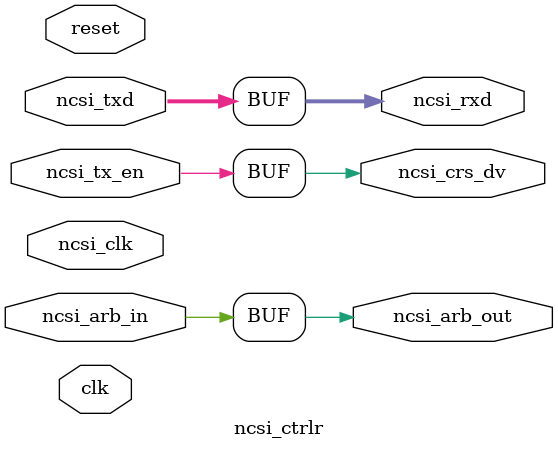
<source format=sv>


module ncsi_ctrlr (
   input  logic                        clk,
   input  logic                        reset,

   //NCSI-RBT Interface Signals
   input  logic                        ncsi_clk,
   input  logic [1:0]                  ncsi_txd,
   input  logic                        ncsi_tx_en,
   output logic [1:0]                  ncsi_rxd,
   output logic                        ncsi_crs_dv,
   input  logic                        ncsi_arb_in,
   output logic                        ncsi_arb_out
);

//-----------------------------------------------------------------------------
// NCSI RBT Loopback until we implement NCSI feature
//-----------------------------------------------------------------------------
assign ncsi_rxd      = ncsi_txd;
assign ncsi_crs_dv   = ncsi_tx_en;
assign ncsi_arb_out  = ncsi_arb_in;

endmodule

</source>
